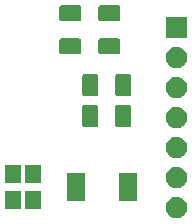
<source format=gts>
G04 #@! TF.GenerationSoftware,KiCad,Pcbnew,(5.1.5)-3*
G04 #@! TF.CreationDate,2022-11-09T15:50:47-05:00*
G04 #@! TF.ProjectId,si5351,73693533-3531-42e6-9b69-6361645f7063,rev?*
G04 #@! TF.SameCoordinates,Original*
G04 #@! TF.FileFunction,Soldermask,Top*
G04 #@! TF.FilePolarity,Negative*
%FSLAX46Y46*%
G04 Gerber Fmt 4.6, Leading zero omitted, Abs format (unit mm)*
G04 Created by KiCad (PCBNEW (5.1.5)-3) date 2022-11-09 15:50:47*
%MOMM*%
%LPD*%
G04 APERTURE LIST*
%ADD10C,0.100000*%
G04 APERTURE END LIST*
D10*
G36*
X190113512Y-106343927D02*
G01*
X190262812Y-106373624D01*
X190426784Y-106441544D01*
X190574354Y-106540147D01*
X190699853Y-106665646D01*
X190798456Y-106813216D01*
X190866376Y-106977188D01*
X190901000Y-107151259D01*
X190901000Y-107328741D01*
X190866376Y-107502812D01*
X190798456Y-107666784D01*
X190699853Y-107814354D01*
X190574354Y-107939853D01*
X190426784Y-108038456D01*
X190262812Y-108106376D01*
X190113512Y-108136073D01*
X190088742Y-108141000D01*
X189911258Y-108141000D01*
X189886488Y-108136073D01*
X189737188Y-108106376D01*
X189573216Y-108038456D01*
X189425646Y-107939853D01*
X189300147Y-107814354D01*
X189201544Y-107666784D01*
X189133624Y-107502812D01*
X189099000Y-107328741D01*
X189099000Y-107151259D01*
X189133624Y-106977188D01*
X189201544Y-106813216D01*
X189300147Y-106665646D01*
X189425646Y-106540147D01*
X189573216Y-106441544D01*
X189737188Y-106373624D01*
X189886488Y-106343927D01*
X189911258Y-106339000D01*
X190088742Y-106339000D01*
X190113512Y-106343927D01*
G37*
G36*
X178501000Y-107351000D02*
G01*
X177199000Y-107351000D01*
X177199000Y-105849000D01*
X178501000Y-105849000D01*
X178501000Y-107351000D01*
G37*
G36*
X176801000Y-107351000D02*
G01*
X175499000Y-107351000D01*
X175499000Y-105849000D01*
X176801000Y-105849000D01*
X176801000Y-107351000D01*
G37*
G36*
X182251000Y-106701000D02*
G01*
X180749000Y-106701000D01*
X180749000Y-104299000D01*
X182251000Y-104299000D01*
X182251000Y-106701000D01*
G37*
G36*
X186651000Y-106701000D02*
G01*
X185149000Y-106701000D01*
X185149000Y-104299000D01*
X186651000Y-104299000D01*
X186651000Y-106701000D01*
G37*
G36*
X190113512Y-103803927D02*
G01*
X190262812Y-103833624D01*
X190426784Y-103901544D01*
X190574354Y-104000147D01*
X190699853Y-104125646D01*
X190798456Y-104273216D01*
X190866376Y-104437188D01*
X190896073Y-104586488D01*
X190901000Y-104611258D01*
X190901000Y-104788742D01*
X190896073Y-104813512D01*
X190866376Y-104962812D01*
X190798456Y-105126784D01*
X190699853Y-105274354D01*
X190574354Y-105399853D01*
X190426784Y-105498456D01*
X190262812Y-105566376D01*
X190113512Y-105596073D01*
X190088742Y-105601000D01*
X189911258Y-105601000D01*
X189886488Y-105596073D01*
X189737188Y-105566376D01*
X189573216Y-105498456D01*
X189425646Y-105399853D01*
X189300147Y-105274354D01*
X189201544Y-105126784D01*
X189133624Y-104962812D01*
X189103927Y-104813512D01*
X189099000Y-104788742D01*
X189099000Y-104611258D01*
X189103927Y-104586488D01*
X189133624Y-104437188D01*
X189201544Y-104273216D01*
X189300147Y-104125646D01*
X189425646Y-104000147D01*
X189573216Y-103901544D01*
X189737188Y-103833624D01*
X189886488Y-103803927D01*
X189911258Y-103799000D01*
X190088742Y-103799000D01*
X190113512Y-103803927D01*
G37*
G36*
X176801000Y-105151000D02*
G01*
X175499000Y-105151000D01*
X175499000Y-103649000D01*
X176801000Y-103649000D01*
X176801000Y-105151000D01*
G37*
G36*
X178501000Y-105151000D02*
G01*
X177199000Y-105151000D01*
X177199000Y-103649000D01*
X178501000Y-103649000D01*
X178501000Y-105151000D01*
G37*
G36*
X190113512Y-101263927D02*
G01*
X190262812Y-101293624D01*
X190426784Y-101361544D01*
X190574354Y-101460147D01*
X190699853Y-101585646D01*
X190798456Y-101733216D01*
X190866376Y-101897188D01*
X190901000Y-102071259D01*
X190901000Y-102248741D01*
X190866376Y-102422812D01*
X190798456Y-102586784D01*
X190699853Y-102734354D01*
X190574354Y-102859853D01*
X190426784Y-102958456D01*
X190262812Y-103026376D01*
X190113512Y-103056073D01*
X190088742Y-103061000D01*
X189911258Y-103061000D01*
X189886488Y-103056073D01*
X189737188Y-103026376D01*
X189573216Y-102958456D01*
X189425646Y-102859853D01*
X189300147Y-102734354D01*
X189201544Y-102586784D01*
X189133624Y-102422812D01*
X189099000Y-102248741D01*
X189099000Y-102071259D01*
X189133624Y-101897188D01*
X189201544Y-101733216D01*
X189300147Y-101585646D01*
X189425646Y-101460147D01*
X189573216Y-101361544D01*
X189737188Y-101293624D01*
X189886488Y-101263927D01*
X189911258Y-101259000D01*
X190088742Y-101259000D01*
X190113512Y-101263927D01*
G37*
G36*
X190113512Y-98723927D02*
G01*
X190262812Y-98753624D01*
X190426784Y-98821544D01*
X190574354Y-98920147D01*
X190699853Y-99045646D01*
X190798456Y-99193216D01*
X190866376Y-99357188D01*
X190901000Y-99531259D01*
X190901000Y-99708741D01*
X190866376Y-99882812D01*
X190798456Y-100046784D01*
X190699853Y-100194354D01*
X190574354Y-100319853D01*
X190426784Y-100418456D01*
X190262812Y-100486376D01*
X190113512Y-100516073D01*
X190088742Y-100521000D01*
X189911258Y-100521000D01*
X189886488Y-100516073D01*
X189737188Y-100486376D01*
X189573216Y-100418456D01*
X189425646Y-100319853D01*
X189300147Y-100194354D01*
X189201544Y-100046784D01*
X189133624Y-99882812D01*
X189099000Y-99708741D01*
X189099000Y-99531259D01*
X189133624Y-99357188D01*
X189201544Y-99193216D01*
X189300147Y-99045646D01*
X189425646Y-98920147D01*
X189573216Y-98821544D01*
X189737188Y-98753624D01*
X189886488Y-98723927D01*
X189911258Y-98719000D01*
X190088742Y-98719000D01*
X190113512Y-98723927D01*
G37*
G36*
X183218604Y-98578347D02*
G01*
X183255144Y-98589432D01*
X183288821Y-98607433D01*
X183318341Y-98631659D01*
X183342567Y-98661179D01*
X183360568Y-98694856D01*
X183371653Y-98731396D01*
X183376000Y-98775538D01*
X183376000Y-100224462D01*
X183371653Y-100268604D01*
X183360568Y-100305144D01*
X183342567Y-100338821D01*
X183318341Y-100368341D01*
X183288821Y-100392567D01*
X183255144Y-100410568D01*
X183218604Y-100421653D01*
X183174462Y-100426000D01*
X182225538Y-100426000D01*
X182181396Y-100421653D01*
X182144856Y-100410568D01*
X182111179Y-100392567D01*
X182081659Y-100368341D01*
X182057433Y-100338821D01*
X182039432Y-100305144D01*
X182028347Y-100268604D01*
X182024000Y-100224462D01*
X182024000Y-98775538D01*
X182028347Y-98731396D01*
X182039432Y-98694856D01*
X182057433Y-98661179D01*
X182081659Y-98631659D01*
X182111179Y-98607433D01*
X182144856Y-98589432D01*
X182181396Y-98578347D01*
X182225538Y-98574000D01*
X183174462Y-98574000D01*
X183218604Y-98578347D01*
G37*
G36*
X186018604Y-98578347D02*
G01*
X186055144Y-98589432D01*
X186088821Y-98607433D01*
X186118341Y-98631659D01*
X186142567Y-98661179D01*
X186160568Y-98694856D01*
X186171653Y-98731396D01*
X186176000Y-98775538D01*
X186176000Y-100224462D01*
X186171653Y-100268604D01*
X186160568Y-100305144D01*
X186142567Y-100338821D01*
X186118341Y-100368341D01*
X186088821Y-100392567D01*
X186055144Y-100410568D01*
X186018604Y-100421653D01*
X185974462Y-100426000D01*
X185025538Y-100426000D01*
X184981396Y-100421653D01*
X184944856Y-100410568D01*
X184911179Y-100392567D01*
X184881659Y-100368341D01*
X184857433Y-100338821D01*
X184839432Y-100305144D01*
X184828347Y-100268604D01*
X184824000Y-100224462D01*
X184824000Y-98775538D01*
X184828347Y-98731396D01*
X184839432Y-98694856D01*
X184857433Y-98661179D01*
X184881659Y-98631659D01*
X184911179Y-98607433D01*
X184944856Y-98589432D01*
X184981396Y-98578347D01*
X185025538Y-98574000D01*
X185974462Y-98574000D01*
X186018604Y-98578347D01*
G37*
G36*
X190113512Y-96183927D02*
G01*
X190262812Y-96213624D01*
X190426784Y-96281544D01*
X190574354Y-96380147D01*
X190699853Y-96505646D01*
X190798456Y-96653216D01*
X190866376Y-96817188D01*
X190901000Y-96991259D01*
X190901000Y-97168741D01*
X190866376Y-97342812D01*
X190798456Y-97506784D01*
X190699853Y-97654354D01*
X190574354Y-97779853D01*
X190426784Y-97878456D01*
X190262812Y-97946376D01*
X190113512Y-97976073D01*
X190088742Y-97981000D01*
X189911258Y-97981000D01*
X189886488Y-97976073D01*
X189737188Y-97946376D01*
X189573216Y-97878456D01*
X189425646Y-97779853D01*
X189300147Y-97654354D01*
X189201544Y-97506784D01*
X189133624Y-97342812D01*
X189099000Y-97168741D01*
X189099000Y-96991259D01*
X189133624Y-96817188D01*
X189201544Y-96653216D01*
X189300147Y-96505646D01*
X189425646Y-96380147D01*
X189573216Y-96281544D01*
X189737188Y-96213624D01*
X189886488Y-96183927D01*
X189911258Y-96179000D01*
X190088742Y-96179000D01*
X190113512Y-96183927D01*
G37*
G36*
X183218604Y-95955347D02*
G01*
X183255144Y-95966432D01*
X183288821Y-95984433D01*
X183318341Y-96008659D01*
X183342567Y-96038179D01*
X183360568Y-96071856D01*
X183371653Y-96108396D01*
X183376000Y-96152538D01*
X183376000Y-97601462D01*
X183371653Y-97645604D01*
X183360568Y-97682144D01*
X183342567Y-97715821D01*
X183318341Y-97745341D01*
X183288821Y-97769567D01*
X183255144Y-97787568D01*
X183218604Y-97798653D01*
X183174462Y-97803000D01*
X182225538Y-97803000D01*
X182181396Y-97798653D01*
X182144856Y-97787568D01*
X182111179Y-97769567D01*
X182081659Y-97745341D01*
X182057433Y-97715821D01*
X182039432Y-97682144D01*
X182028347Y-97645604D01*
X182024000Y-97601462D01*
X182024000Y-96152538D01*
X182028347Y-96108396D01*
X182039432Y-96071856D01*
X182057433Y-96038179D01*
X182081659Y-96008659D01*
X182111179Y-95984433D01*
X182144856Y-95966432D01*
X182181396Y-95955347D01*
X182225538Y-95951000D01*
X183174462Y-95951000D01*
X183218604Y-95955347D01*
G37*
G36*
X186018604Y-95955347D02*
G01*
X186055144Y-95966432D01*
X186088821Y-95984433D01*
X186118341Y-96008659D01*
X186142567Y-96038179D01*
X186160568Y-96071856D01*
X186171653Y-96108396D01*
X186176000Y-96152538D01*
X186176000Y-97601462D01*
X186171653Y-97645604D01*
X186160568Y-97682144D01*
X186142567Y-97715821D01*
X186118341Y-97745341D01*
X186088821Y-97769567D01*
X186055144Y-97787568D01*
X186018604Y-97798653D01*
X185974462Y-97803000D01*
X185025538Y-97803000D01*
X184981396Y-97798653D01*
X184944856Y-97787568D01*
X184911179Y-97769567D01*
X184881659Y-97745341D01*
X184857433Y-97715821D01*
X184839432Y-97682144D01*
X184828347Y-97645604D01*
X184824000Y-97601462D01*
X184824000Y-96152538D01*
X184828347Y-96108396D01*
X184839432Y-96071856D01*
X184857433Y-96038179D01*
X184881659Y-96008659D01*
X184911179Y-95984433D01*
X184944856Y-95966432D01*
X184981396Y-95955347D01*
X185025538Y-95951000D01*
X185974462Y-95951000D01*
X186018604Y-95955347D01*
G37*
G36*
X190113512Y-93643927D02*
G01*
X190262812Y-93673624D01*
X190426784Y-93741544D01*
X190574354Y-93840147D01*
X190699853Y-93965646D01*
X190798456Y-94113216D01*
X190866376Y-94277188D01*
X190901000Y-94451259D01*
X190901000Y-94628741D01*
X190866376Y-94802812D01*
X190798456Y-94966784D01*
X190699853Y-95114354D01*
X190574354Y-95239853D01*
X190426784Y-95338456D01*
X190262812Y-95406376D01*
X190113512Y-95436073D01*
X190088742Y-95441000D01*
X189911258Y-95441000D01*
X189886488Y-95436073D01*
X189737188Y-95406376D01*
X189573216Y-95338456D01*
X189425646Y-95239853D01*
X189300147Y-95114354D01*
X189201544Y-94966784D01*
X189133624Y-94802812D01*
X189099000Y-94628741D01*
X189099000Y-94451259D01*
X189133624Y-94277188D01*
X189201544Y-94113216D01*
X189300147Y-93965646D01*
X189425646Y-93840147D01*
X189573216Y-93741544D01*
X189737188Y-93673624D01*
X189886488Y-93643927D01*
X189911258Y-93639000D01*
X190088742Y-93639000D01*
X190113512Y-93643927D01*
G37*
G36*
X185068604Y-92928347D02*
G01*
X185105144Y-92939432D01*
X185138821Y-92957433D01*
X185168341Y-92981659D01*
X185192567Y-93011179D01*
X185210568Y-93044856D01*
X185221653Y-93081396D01*
X185226000Y-93125538D01*
X185226000Y-94074462D01*
X185221653Y-94118604D01*
X185210568Y-94155144D01*
X185192567Y-94188821D01*
X185168341Y-94218341D01*
X185138821Y-94242567D01*
X185105144Y-94260568D01*
X185068604Y-94271653D01*
X185024462Y-94276000D01*
X183575538Y-94276000D01*
X183531396Y-94271653D01*
X183494856Y-94260568D01*
X183461179Y-94242567D01*
X183431659Y-94218341D01*
X183407433Y-94188821D01*
X183389432Y-94155144D01*
X183378347Y-94118604D01*
X183374000Y-94074462D01*
X183374000Y-93125538D01*
X183378347Y-93081396D01*
X183389432Y-93044856D01*
X183407433Y-93011179D01*
X183431659Y-92981659D01*
X183461179Y-92957433D01*
X183494856Y-92939432D01*
X183531396Y-92928347D01*
X183575538Y-92924000D01*
X185024462Y-92924000D01*
X185068604Y-92928347D01*
G37*
G36*
X181768604Y-92928347D02*
G01*
X181805144Y-92939432D01*
X181838821Y-92957433D01*
X181868341Y-92981659D01*
X181892567Y-93011179D01*
X181910568Y-93044856D01*
X181921653Y-93081396D01*
X181926000Y-93125538D01*
X181926000Y-94074462D01*
X181921653Y-94118604D01*
X181910568Y-94155144D01*
X181892567Y-94188821D01*
X181868341Y-94218341D01*
X181838821Y-94242567D01*
X181805144Y-94260568D01*
X181768604Y-94271653D01*
X181724462Y-94276000D01*
X180275538Y-94276000D01*
X180231396Y-94271653D01*
X180194856Y-94260568D01*
X180161179Y-94242567D01*
X180131659Y-94218341D01*
X180107433Y-94188821D01*
X180089432Y-94155144D01*
X180078347Y-94118604D01*
X180074000Y-94074462D01*
X180074000Y-93125538D01*
X180078347Y-93081396D01*
X180089432Y-93044856D01*
X180107433Y-93011179D01*
X180131659Y-92981659D01*
X180161179Y-92957433D01*
X180194856Y-92939432D01*
X180231396Y-92928347D01*
X180275538Y-92924000D01*
X181724462Y-92924000D01*
X181768604Y-92928347D01*
G37*
G36*
X190901000Y-92901000D02*
G01*
X189099000Y-92901000D01*
X189099000Y-91099000D01*
X190901000Y-91099000D01*
X190901000Y-92901000D01*
G37*
G36*
X185068604Y-90128347D02*
G01*
X185105144Y-90139432D01*
X185138821Y-90157433D01*
X185168341Y-90181659D01*
X185192567Y-90211179D01*
X185210568Y-90244856D01*
X185221653Y-90281396D01*
X185226000Y-90325538D01*
X185226000Y-91274462D01*
X185221653Y-91318604D01*
X185210568Y-91355144D01*
X185192567Y-91388821D01*
X185168341Y-91418341D01*
X185138821Y-91442567D01*
X185105144Y-91460568D01*
X185068604Y-91471653D01*
X185024462Y-91476000D01*
X183575538Y-91476000D01*
X183531396Y-91471653D01*
X183494856Y-91460568D01*
X183461179Y-91442567D01*
X183431659Y-91418341D01*
X183407433Y-91388821D01*
X183389432Y-91355144D01*
X183378347Y-91318604D01*
X183374000Y-91274462D01*
X183374000Y-90325538D01*
X183378347Y-90281396D01*
X183389432Y-90244856D01*
X183407433Y-90211179D01*
X183431659Y-90181659D01*
X183461179Y-90157433D01*
X183494856Y-90139432D01*
X183531396Y-90128347D01*
X183575538Y-90124000D01*
X185024462Y-90124000D01*
X185068604Y-90128347D01*
G37*
G36*
X181768604Y-90128347D02*
G01*
X181805144Y-90139432D01*
X181838821Y-90157433D01*
X181868341Y-90181659D01*
X181892567Y-90211179D01*
X181910568Y-90244856D01*
X181921653Y-90281396D01*
X181926000Y-90325538D01*
X181926000Y-91274462D01*
X181921653Y-91318604D01*
X181910568Y-91355144D01*
X181892567Y-91388821D01*
X181868341Y-91418341D01*
X181838821Y-91442567D01*
X181805144Y-91460568D01*
X181768604Y-91471653D01*
X181724462Y-91476000D01*
X180275538Y-91476000D01*
X180231396Y-91471653D01*
X180194856Y-91460568D01*
X180161179Y-91442567D01*
X180131659Y-91418341D01*
X180107433Y-91388821D01*
X180089432Y-91355144D01*
X180078347Y-91318604D01*
X180074000Y-91274462D01*
X180074000Y-90325538D01*
X180078347Y-90281396D01*
X180089432Y-90244856D01*
X180107433Y-90211179D01*
X180131659Y-90181659D01*
X180161179Y-90157433D01*
X180194856Y-90139432D01*
X180231396Y-90128347D01*
X180275538Y-90124000D01*
X181724462Y-90124000D01*
X181768604Y-90128347D01*
G37*
M02*

</source>
